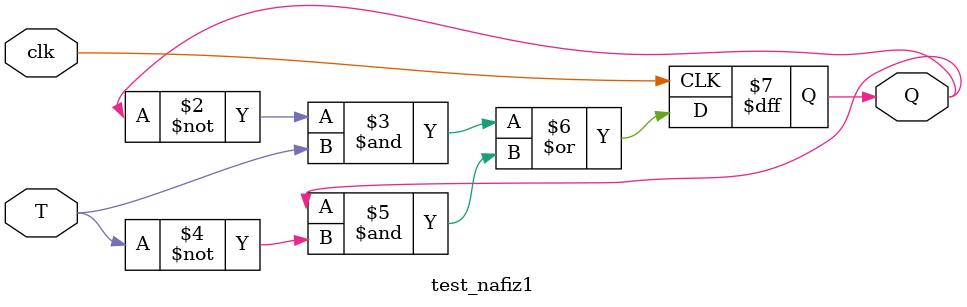
<source format=v>
module test_nafiz1(T, clk, Q);
input T, clk;
output reg Q;

always@(posedge clk)
Q=((~Q)&T)|(Q&(~T));
endmodule 
</source>
